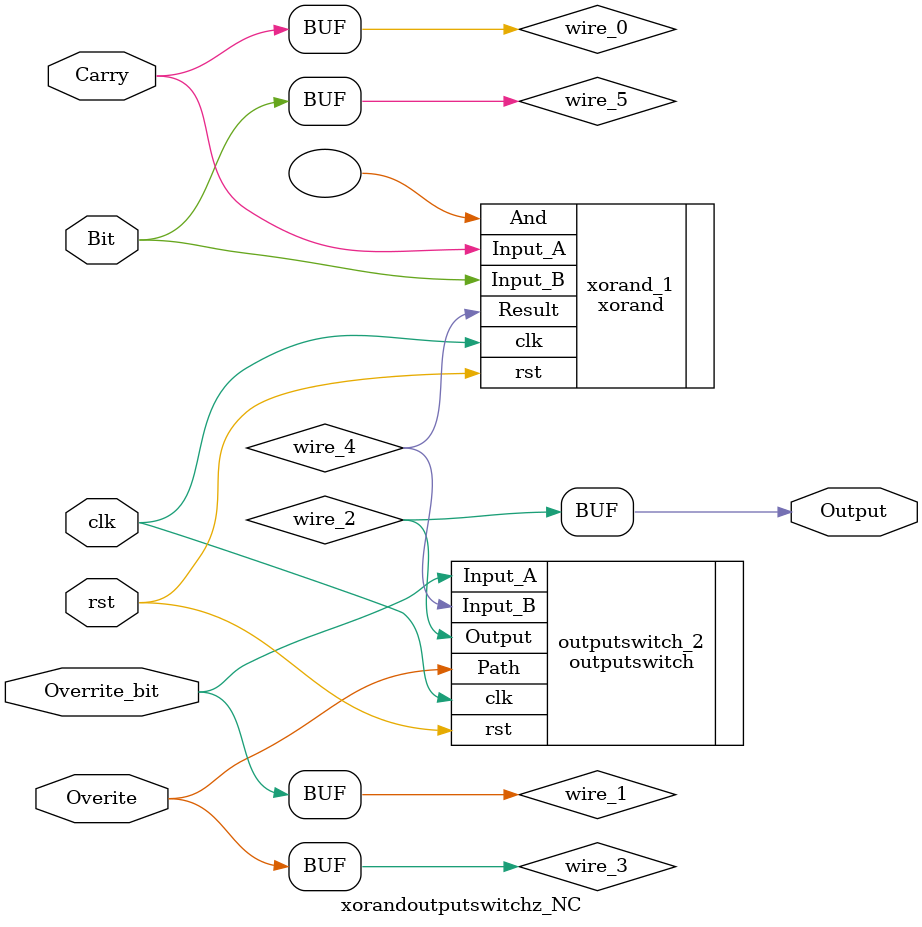
<source format=v>
module xorandoutputswitchz_NC (clk, rst, Bit, Carry, Overrite_bit, Overite, Output);
  parameter UUID = 0;
  parameter NAME = "";
  input wire clk;
  input wire rst;

  input  wire [0:0] Bit;
  input  wire [0:0] Carry;
  input  wire [0:0] Overrite_bit;
  input  wire [0:0] Overite;
  output  wire [0:0] Output;

  TC_Constant # (.UUID(64'd2218281053047597637 ^ UUID), .BIT_WIDTH(64'd1), .value(1'd0)) Off_0 (.out());
  xorand # (.UUID(64'd3645253335263248284 ^ UUID)) xorand_1 (.clk(clk), .rst(rst), .Input_A(wire_0), .Input_B(wire_5), .And(), .Result(wire_4));
  outputswitch # (.UUID(64'd4114283144548525242 ^ UUID)) outputswitch_2 (.clk(clk), .rst(rst), .Input_A(wire_1), .Input_B(wire_4), .Path(wire_3), .Output(wire_2));

  wire [0:0] wire_0;
  assign wire_0 = Carry;
  wire [0:0] wire_1;
  assign wire_1 = Overrite_bit;
  wire [0:0] wire_2;
  assign Output = wire_2;
  wire [0:0] wire_3;
  assign wire_3 = Overite;
  wire [0:0] wire_4;
  wire [0:0] wire_5;
  assign wire_5 = Bit;

endmodule

</source>
